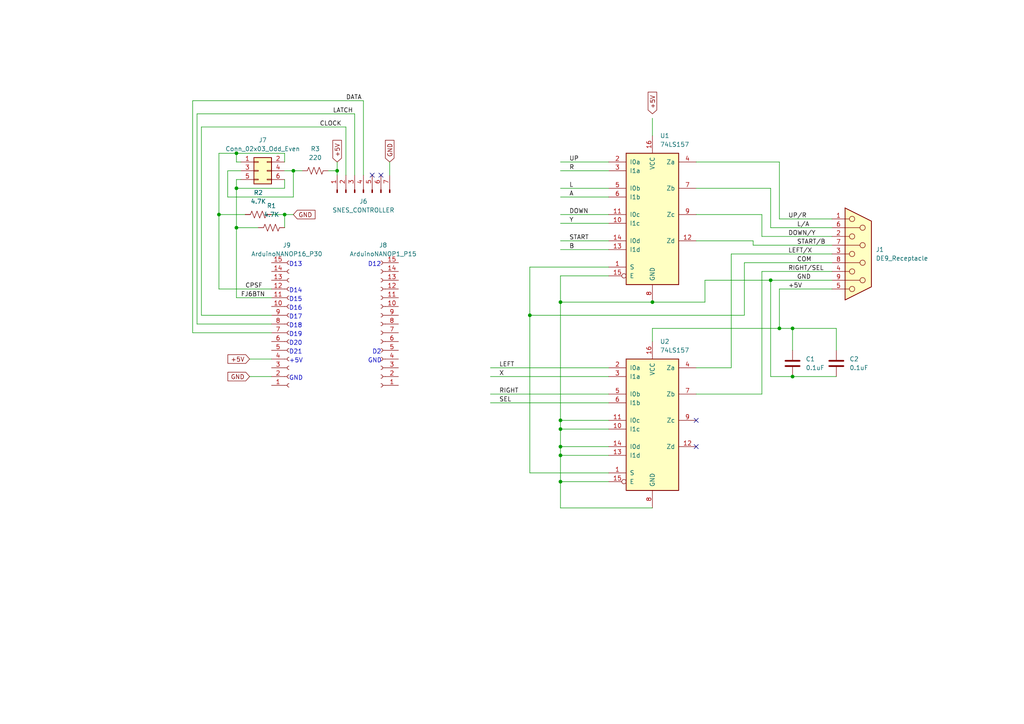
<source format=kicad_sch>
(kicad_sch (version 20230121) (generator eeschema)
  (paper "A4")
  (lib_symbols
    (symbol "74xx:74LS157" (pin_names (offset 1.016))
      (property "Reference" "U" (at -7.62 19.05 0))
      (property "Value" "74LS157" (at -7.62 -21.59 0))
      (symbol "74LS157_1_0"
        (pin input line (at -12.7 -15.24 0) (length 5.08) (name "S") (number "1"))
        (pin input line (at -12.7 -2.54 0) (length 5.08) (name "I1c") (number "10"))
        (pin input line (at -12.7 0 0) (length 5.08) (name "I0c") (number "11"))
        (pin output line (at 12.7 -7.62 180) (length 5.08) (name "Zd") (number "12"))
        (pin input line (at -12.7 -10.16 0) (length 5.08) (name "I1d") (number "13"))
        (pin input line (at -12.7 -7.62 0) (length 5.08) (name "I0d") (number "14"))
        (pin input inverted (at -12.7 -17.78 0) (length 5.08) (name "E") (number "15"))
        (pin power_in line (at 0 22.86 270) (length 5.08) (name "VCC") (number "16"))
        (pin input line (at -12.7 15.24 0) (length 5.08) (name "I0a") (number "2"))
        (pin input line (at -12.7 12.7 0) (length 5.08) (name "I1a") (number "3"))
        (pin output line (at 12.7 15.24 180) (length 5.08) (name "Za") (number "4"))
        (pin input line (at -12.7 7.62 0) (length 5.08) (name "I0b") (number "5"))
        (pin input line (at -12.7 5.08 0) (length 5.08) (name "I1b") (number "6"))
        (pin output line (at 12.7 7.62 180) (length 5.08) (name "Zb") (number "7"))
        (pin power_in line (at 0 -25.4 90) (length 5.08) (name "GND") (number "8"))
        (pin output line (at 12.7 0 180) (length 5.08) (name "Zc") (number "9"))
      )
      (symbol "74LS157_1_1"
        (rectangle (start -7.62 17.78) (end 7.62 -20.32) (stroke (width 0.254)) (fill (type background)))
      )
    )
    (symbol "Connector:Conn_01x07_Pin" (pin_names (offset 1.016) hide)
      (property "Reference" "J" (at 0 10.16 0))
      (property "Value" "Conn_01x07_Pin" (at 0 -10.16 0))
      (symbol "Conn_01x07_Pin_1_1"
        (polyline (pts (xy 1.27 -7.62) (xy 0.8636 -7.62)) (stroke (width 0.1524)))
        (polyline (pts (xy 1.27 -5.08) (xy 0.8636 -5.08)) (stroke (width 0.1524)))
        (polyline (pts (xy 1.27 -2.54) (xy 0.8636 -2.54)) (stroke (width 0.1524)))
        (polyline (pts (xy 1.27 0) (xy 0.8636 0)) (stroke (width 0.1524)))
        (polyline (pts (xy 1.27 2.54) (xy 0.8636 2.54)) (stroke (width 0.1524)))
        (polyline (pts (xy 1.27 5.08) (xy 0.8636 5.08)) (stroke (width 0.1524)))
        (polyline (pts (xy 1.27 7.62) (xy 0.8636 7.62)) (stroke (width 0.1524)))
        (rectangle (start 0.8636 -7.493) (end 0 -7.747) (stroke (width 0.1524)) (fill (type outline)))
        (rectangle (start 0.8636 -4.953) (end 0 -5.207) (stroke (width 0.1524)) (fill (type outline)))
        (rectangle (start 0.8636 -2.413) (end 0 -2.667) (stroke (width 0.1524)) (fill (type outline)))
        (rectangle (start 0.8636 0.127) (end 0 -0.127) (stroke (width 0.1524)) (fill (type outline)))
        (rectangle (start 0.8636 2.667) (end 0 2.413) (stroke (width 0.1524)) (fill (type outline)))
        (rectangle (start 0.8636 5.207) (end 0 4.953) (stroke (width 0.1524)) (fill (type outline)))
        (rectangle (start 0.8636 7.747) (end 0 7.493) (stroke (width 0.1524)) (fill (type outline)))
        (pin passive line (at 5.08 7.62 180) (length 3.81) (name "Pin_1") (number "1"))
        (pin passive line (at 5.08 5.08 180) (length 3.81) (name "Pin_2") (number "2"))
        (pin passive line (at 5.08 2.54 180) (length 3.81) (name "Pin_3") (number "3"))
        (pin passive line (at 5.08 0 180) (length 3.81) (name "Pin_4") (number "4"))
        (pin passive line (at 5.08 -2.54 180) (length 3.81) (name "Pin_5") (number "5"))
        (pin passive line (at 5.08 -5.08 180) (length 3.81) (name "Pin_6") (number "6"))
        (pin passive line (at 5.08 -7.62 180) (length 3.81) (name "Pin_7") (number "7"))
      )
    )
    (symbol "Connector:Conn_01x15_Socket" (pin_names (offset 1.016) hide)
      (property "Reference" "J" (at 0 20.32 0))
      (property "Value" "Conn_01x15_Socket" (at 0 -20.32 0))
      (symbol "Conn_01x15_Socket_1_1"
        (arc (start 0 -17.272) (mid -0.5058 -17.78) (end 0 -18.288) (stroke (width 0.1524)))
        (arc (start 0 -14.732) (mid -0.5058 -15.24) (end 0 -15.748) (stroke (width 0.1524)))
        (arc (start 0 -12.192) (mid -0.5058 -12.7) (end 0 -13.208) (stroke (width 0.1524)))
        (arc (start 0 -9.652) (mid -0.5058 -10.16) (end 0 -10.668) (stroke (width 0.1524)))
        (arc (start 0 -7.112) (mid -0.5058 -7.62) (end 0 -8.128) (stroke (width 0.1524)))
        (arc (start 0 -4.572) (mid -0.5058 -5.08) (end 0 -5.588) (stroke (width 0.1524)))
        (arc (start 0 -2.032) (mid -0.5058 -2.54) (end 0 -3.048) (stroke (width 0.1524)))
        (polyline (pts (xy -1.27 -17.78) (xy -0.508 -17.78)) (stroke (width 0.1524)))
        (polyline (pts (xy -1.27 -15.24) (xy -0.508 -15.24)) (stroke (width 0.1524)))
        (polyline (pts (xy -1.27 -12.7) (xy -0.508 -12.7)) (stroke (width 0.1524)))
        (polyline (pts (xy -1.27 -10.16) (xy -0.508 -10.16)) (stroke (width 0.1524)))
        (polyline (pts (xy -1.27 -7.62) (xy -0.508 -7.62)) (stroke (width 0.1524)))
        (polyline (pts (xy -1.27 -5.08) (xy -0.508 -5.08)) (stroke (width 0.1524)))
        (polyline (pts (xy -1.27 -2.54) (xy -0.508 -2.54)) (stroke (width 0.1524)))
        (polyline (pts (xy -1.27 0) (xy -0.508 0)) (stroke (width 0.1524)))
        (polyline (pts (xy -1.27 2.54) (xy -0.508 2.54)) (stroke (width 0.1524)))
        (polyline (pts (xy -1.27 5.08) (xy -0.508 5.08)) (stroke (width 0.1524)))
        (polyline (pts (xy -1.27 7.62) (xy -0.508 7.62)) (stroke (width 0.1524)))
        (polyline (pts (xy -1.27 10.16) (xy -0.508 10.16)) (stroke (width 0.1524)))
        (polyline (pts (xy -1.27 12.7) (xy -0.508 12.7)) (stroke (width 0.1524)))
        (polyline (pts (xy -1.27 15.24) (xy -0.508 15.24)) (stroke (width 0.1524)))
        (polyline (pts (xy -1.27 17.78) (xy -0.508 17.78)) (stroke (width 0.1524)))
        (arc (start 0 0.508) (mid -0.5058 0) (end 0 -0.508) (stroke (width 0.1524)))
        (arc (start 0 3.048) (mid -0.5058 2.54) (end 0 2.032) (stroke (width 0.1524)))
        (arc (start 0 5.588) (mid -0.5058 5.08) (end 0 4.572) (stroke (width 0.1524)))
        (arc (start 0 8.128) (mid -0.5058 7.62) (end 0 7.112) (stroke (width 0.1524)))
        (arc (start 0 10.668) (mid -0.5058 10.16) (end 0 9.652) (stroke (width 0.1524)))
        (arc (start 0 13.208) (mid -0.5058 12.7) (end 0 12.192) (stroke (width 0.1524)))
        (arc (start 0 15.748) (mid -0.5058 15.24) (end 0 14.732) (stroke (width 0.1524)))
        (arc (start 0 18.288) (mid -0.5058 17.78) (end 0 17.272) (stroke (width 0.1524)))
        (pin passive line (at -5.08 17.78 0) (length 3.81) (name "Pin_1") (number "1"))
        (pin passive line (at -5.08 -5.08 0) (length 3.81) (name "Pin_10") (number "10"))
        (pin passive line (at -5.08 -7.62 0) (length 3.81) (name "Pin_11") (number "11"))
        (pin passive line (at -5.08 -10.16 0) (length 3.81) (name "Pin_12") (number "12"))
        (pin passive line (at -5.08 -12.7 0) (length 3.81) (name "Pin_13") (number "13"))
        (pin passive line (at -5.08 -15.24 0) (length 3.81) (name "Pin_14") (number "14"))
        (pin passive line (at -5.08 -17.78 0) (length 3.81) (name "Pin_15") (number "15"))
        (pin passive line (at -5.08 15.24 0) (length 3.81) (name "Pin_2") (number "2"))
        (pin passive line (at -5.08 12.7 0) (length 3.81) (name "Pin_3") (number "3"))
        (pin passive line (at -5.08 10.16 0) (length 3.81) (name "Pin_4") (number "4"))
        (pin passive line (at -5.08 7.62 0) (length 3.81) (name "Pin_5") (number "5"))
        (pin passive line (at -5.08 5.08 0) (length 3.81) (name "Pin_6") (number "6"))
        (pin passive line (at -5.08 2.54 0) (length 3.81) (name "Pin_7") (number "7"))
        (pin passive line (at -5.08 0 0) (length 3.81) (name "Pin_8") (number "8"))
        (pin passive line (at -5.08 -2.54 0) (length 3.81) (name "Pin_9") (number "9"))
      )
    )
    (symbol "Connector:DE9_Receptacle" (pin_names (offset 1.016) hide)
      (property "Reference" "J" (at 0 13.97 0))
      (property "Value" "DE9_Receptacle" (at 0 -14.605 0))
      (symbol "DE9_Receptacle_0_1"
        (circle (center -1.778 -10.16) (radius 0.762))
        (circle (center -1.778 -5.08) (radius 0.762))
        (circle (center -1.778 0) (radius 0.762))
        (circle (center -1.778 5.08) (radius 0.762))
        (circle (center -1.778 10.16) (radius 0.762))
        (polyline (pts (xy -3.81 -10.16) (xy -2.54 -10.16)))
        (polyline (pts (xy -3.81 -7.62) (xy 0.508 -7.62)))
        (polyline (pts (xy -3.81 -5.08) (xy -2.54 -5.08)))
        (polyline (pts (xy -3.81 -2.54) (xy 0.508 -2.54)))
        (polyline (pts (xy -3.81 0) (xy -2.54 0)))
        (polyline (pts (xy -3.81 2.54) (xy 0.508 2.54)))
        (polyline (pts (xy -3.81 5.08) (xy -2.54 5.08)))
        (polyline (pts (xy -3.81 7.62) (xy 0.508 7.62)))
        (polyline (pts (xy -3.81 10.16) (xy -2.54 10.16)))
        (polyline (pts (xy -3.81 13.335) (xy -3.81 -13.335) (xy 3.81 -9.525) (xy 3.81 9.525) (xy -3.81 13.335)) (stroke (width 0.254)) (fill (type background)))
        (circle (center 1.27 -7.62) (radius 0.762))
        (circle (center 1.27 -2.54) (radius 0.762))
        (circle (center 1.27 2.54) (radius 0.762))
        (circle (center 1.27 7.62) (radius 0.762))
      )
      (symbol "DE9_Receptacle_1_1"
        (pin passive line (at -7.62 10.16 0) (length 3.81) (name "1") (number "1"))
        (pin passive line (at -7.62 5.08 0) (length 3.81) (name "2") (number "2"))
        (pin passive line (at -7.62 0 0) (length 3.81) (name "3") (number "3"))
        (pin passive line (at -7.62 -5.08 0) (length 3.81) (name "4") (number "4"))
        (pin passive line (at -7.62 -10.16 0) (length 3.81) (name "5") (number "5"))
        (pin passive line (at -7.62 7.62 0) (length 3.81) (name "6") (number "6"))
        (pin passive line (at -7.62 2.54 0) (length 3.81) (name "7") (number "7"))
        (pin passive line (at -7.62 -2.54 0) (length 3.81) (name "8") (number "8"))
        (pin passive line (at -7.62 -7.62 0) (length 3.81) (name "9") (number "9"))
      )
    )
    (symbol "Connector_Generic:Conn_02x03_Odd_Even" (pin_names (offset 1.016) hide)
      (property "Reference" "J" (at 1.27 5.08 0))
      (property "Value" "Conn_02x03_Odd_Even" (at 1.27 -5.08 0))
      (symbol "Conn_02x03_Odd_Even_1_1"
        (rectangle (start -1.27 -2.413) (end 0 -2.667) (stroke (width 0.1524)))
        (rectangle (start -1.27 0.127) (end 0 -0.127) (stroke (width 0.1524)))
        (rectangle (start -1.27 2.667) (end 0 2.413) (stroke (width 0.1524)))
        (rectangle (start -1.27 3.81) (end 3.81 -3.81) (stroke (width 0.254)) (fill (type background)))
        (rectangle (start 3.81 -2.413) (end 2.54 -2.667) (stroke (width 0.1524)))
        (rectangle (start 3.81 0.127) (end 2.54 -0.127) (stroke (width 0.1524)))
        (rectangle (start 3.81 2.667) (end 2.54 2.413) (stroke (width 0.1524)))
        (pin passive line (at -5.08 2.54 0) (length 3.81) (name "Pin_1") (number "1"))
        (pin passive line (at 7.62 2.54 180) (length 3.81) (name "Pin_2") (number "2"))
        (pin passive line (at -5.08 0 0) (length 3.81) (name "Pin_3") (number "3"))
        (pin passive line (at 7.62 0 180) (length 3.81) (name "Pin_4") (number "4"))
        (pin passive line (at -5.08 -2.54 0) (length 3.81) (name "Pin_5") (number "5"))
        (pin passive line (at 7.62 -2.54 180) (length 3.81) (name "Pin_6") (number "6"))
      )
    )
    (symbol "Device:C" (pin_numbers hide) (pin_names (offset 0.254))
      (property "Reference" "C" (at 0.635 2.54 0))
      (property "Value" "C" (at 0.635 -2.54 0))
      (symbol "C_0_1"
        (polyline (pts (xy -2.032 -0.762) (xy 2.032 -0.762)) (stroke (width 0.508)))
        (polyline (pts (xy -2.032 0.762) (xy 2.032 0.762)) (stroke (width 0.508)))
      )
      (symbol "C_1_1"
        (pin passive line (at 0 3.81 270) (length 2.794) (name "~") (number "1"))
        (pin passive line (at 0 -3.81 90) (length 2.794) (name "~") (number "2"))
      )
    )
    (symbol "Device:R_US" (pin_numbers hide) (pin_names (offset 0))
      (property "Reference" "R" (at 2.54 0 90))
      (property "Value" "R_US" (at -2.54 0 90))
      (symbol "R_US_0_1"
        (polyline (pts (xy 0 -2.286) (xy 0 -2.54)))
        (polyline (pts (xy 0 2.286) (xy 0 2.54)))
        (polyline (pts (xy 0 -0.762) (xy 1.016 -1.143) (xy 0 -1.524) (xy -1.016 -1.905) (xy 0 -2.286)))
        (polyline (pts (xy 0 0.762) (xy 1.016 0.381) (xy 0 0) (xy -1.016 -0.381) (xy 0 -0.762)))
        (polyline (pts (xy 0 2.286) (xy 1.016 1.905) (xy 0 1.524) (xy -1.016 1.143) (xy 0 0.762)))
      )
      (symbol "R_US_1_1"
        (pin passive line (at 0 3.81 270) (length 1.27) (name "~") (number "1"))
        (pin passive line (at 0 -3.81 90) (length 1.27) (name "~") (number "2"))
      )
    )
  )
  (junction (at 162.56 121.92))
  (junction (at 162.56 132.08))
  (junction (at 68.58 66.04))
  (junction (at 68.58 54.61))
  (junction (at 153.67 91.44))
  (junction (at 68.58 44.45))
  (junction (at 82.55 62.23))
  (junction (at 226.06 95.25))
  (junction (at 162.56 129.54))
  (junction (at 162.56 124.46))
  (junction (at 223.52 81.28))
  (junction (at 85.09 49.53))
  (junction (at 97.79 49.53))
  (junction (at 229.87 95.25))
  (junction (at 229.87 109.22))
  (junction (at 162.56 87.63))
  (junction (at 63.5 62.23))
  (junction (at 189.23 87.63))
  (junction (at 162.56 139.7))
  (no_connect (at 201.93 121.92))
  (no_connect (at 201.93 129.54))
  (no_connect (at 110.49 50.8))
  (no_connect (at 107.95 50.8))
  (wire (pts (xy 69.85 49.53) (xy 66.04 49.53)))
  (wire (pts (xy 162.56 64.77) (xy 176.53 64.77)))
  (wire (pts (xy 58.42 36.83) (xy 58.42 91.44)))
  (wire (pts (xy 229.87 95.25) (xy 242.57 95.25)))
  (wire (pts (xy 95.25 49.53) (xy 97.79 49.53)))
  (wire (pts (xy 201.93 69.85) (xy 218.44 69.85)))
  (wire (pts (xy 201.93 54.61) (xy 223.52 54.61)))
  (wire (pts (xy 162.56 46.99) (xy 176.53 46.99)))
  (wire (pts (xy 153.67 77.47) (xy 153.67 91.44)))
  (wire (pts (xy 68.58 66.04) (xy 74.93 66.04)))
  (wire (pts (xy 218.44 69.85) (xy 218.44 71.12)))
  (wire (pts (xy 215.9 76.2) (xy 241.3 76.2)))
  (wire (pts (xy 162.56 132.08) (xy 176.53 132.08)))
  (wire (pts (xy 226.06 63.5) (xy 241.3 63.5)))
  (wire (pts (xy 97.79 46.99) (xy 97.79 49.53)))
  (wire (pts (xy 58.42 91.44) (xy 78.74 91.44)))
  (wire (pts (xy 66.04 57.15) (xy 85.09 57.15)))
  (wire (pts (xy 57.15 33.02) (xy 57.15 93.98)))
  (wire (pts (xy 68.58 44.45) (xy 82.55 44.45)))
  (wire (pts (xy 162.56 54.61) (xy 176.53 54.61)))
  (wire (pts (xy 105.41 29.21) (xy 105.41 50.8)))
  (wire (pts (xy 162.56 69.85) (xy 176.53 69.85)))
  (wire (pts (xy 162.56 129.54) (xy 162.56 132.08)))
  (wire (pts (xy 204.47 87.63) (xy 189.23 87.63)))
  (wire (pts (xy 242.57 95.25) (xy 242.57 101.6)))
  (wire (pts (xy 85.09 49.53) (xy 87.63 49.53)))
  (wire (pts (xy 162.56 87.63) (xy 162.56 121.92)))
  (wire (pts (xy 226.06 83.82) (xy 226.06 95.25)))
  (wire (pts (xy 63.5 83.82) (xy 78.74 83.82)))
  (wire (pts (xy 162.56 57.15) (xy 176.53 57.15)))
  (wire (pts (xy 85.09 57.15) (xy 85.09 49.53)))
  (wire (pts (xy 100.33 36.83) (xy 100.33 50.8)))
  (wire (pts (xy 223.52 109.22) (xy 229.87 109.22)))
  (wire (pts (xy 142.24 109.22) (xy 176.53 109.22)))
  (wire (pts (xy 153.67 137.16) (xy 153.67 91.44)))
  (wire (pts (xy 57.15 33.02) (xy 102.87 33.02)))
  (wire (pts (xy 153.67 137.16) (xy 176.53 137.16)))
  (wire (pts (xy 69.85 46.99) (xy 68.58 46.99)))
  (wire (pts (xy 58.42 36.83) (xy 100.33 36.83)))
  (wire (pts (xy 220.98 114.3) (xy 220.98 78.74)))
  (wire (pts (xy 97.79 49.53) (xy 97.79 50.8)))
  (wire (pts (xy 162.56 121.92) (xy 176.53 121.92)))
  (wire (pts (xy 78.74 109.22) (xy 72.39 109.22)))
  (wire (pts (xy 142.24 116.84) (xy 176.53 116.84)))
  (wire (pts (xy 226.06 83.82) (xy 241.3 83.82)))
  (wire (pts (xy 162.56 49.53) (xy 176.53 49.53)))
  (wire (pts (xy 63.5 62.23) (xy 71.12 62.23)))
  (wire (pts (xy 68.58 44.45) (xy 63.5 44.45)))
  (wire (pts (xy 162.56 139.7) (xy 176.53 139.7)))
  (wire (pts (xy 226.06 46.99) (xy 226.06 63.5)))
  (wire (pts (xy 72.39 104.14) (xy 78.74 104.14)))
  (wire (pts (xy 162.56 80.01) (xy 162.56 87.63)))
  (wire (pts (xy 220.98 78.74) (xy 241.3 78.74)))
  (wire (pts (xy 162.56 129.54) (xy 176.53 129.54)))
  (wire (pts (xy 82.55 49.53) (xy 85.09 49.53)))
  (wire (pts (xy 162.56 121.92) (xy 162.56 124.46)))
  (wire (pts (xy 68.58 66.04) (xy 68.58 86.36)))
  (wire (pts (xy 55.88 29.21) (xy 105.41 29.21)))
  (wire (pts (xy 55.88 96.52) (xy 78.74 96.52)))
  (wire (pts (xy 189.23 34.29) (xy 189.23 39.37)))
  (wire (pts (xy 82.55 54.61) (xy 82.55 52.07)))
  (wire (pts (xy 223.52 54.61) (xy 223.52 66.04)))
  (wire (pts (xy 162.56 147.32) (xy 189.23 147.32)))
  (wire (pts (xy 68.58 86.36) (xy 78.74 86.36)))
  (wire (pts (xy 162.56 72.39) (xy 176.53 72.39)))
  (wire (pts (xy 113.03 46.99) (xy 113.03 50.8)))
  (wire (pts (xy 68.58 54.61) (xy 68.58 66.04)))
  (wire (pts (xy 82.55 62.23) (xy 85.09 62.23)))
  (wire (pts (xy 57.15 93.98) (xy 78.74 93.98)))
  (wire (pts (xy 82.55 44.45) (xy 82.55 46.99)))
  (wire (pts (xy 226.06 95.25) (xy 229.87 95.25)))
  (wire (pts (xy 55.88 29.21) (xy 55.88 96.52)))
  (wire (pts (xy 142.24 106.68) (xy 176.53 106.68)))
  (wire (pts (xy 153.67 91.44) (xy 215.9 91.44)))
  (wire (pts (xy 162.56 62.23) (xy 176.53 62.23)))
  (wire (pts (xy 212.09 73.66) (xy 241.3 73.66)))
  (wire (pts (xy 189.23 95.25) (xy 189.23 99.06)))
  (wire (pts (xy 229.87 109.22) (xy 242.57 109.22)))
  (wire (pts (xy 201.93 62.23) (xy 220.98 62.23)))
  (wire (pts (xy 220.98 68.58) (xy 241.3 68.58)))
  (wire (pts (xy 226.06 95.25) (xy 189.23 95.25)))
  (wire (pts (xy 68.58 52.07) (xy 68.58 54.61)))
  (wire (pts (xy 162.56 139.7) (xy 162.56 147.32)))
  (wire (pts (xy 215.9 91.44) (xy 215.9 76.2)))
  (wire (pts (xy 69.85 52.07) (xy 68.58 52.07)))
  (wire (pts (xy 102.87 33.02) (xy 102.87 50.8)))
  (wire (pts (xy 223.52 81.28) (xy 241.3 81.28)))
  (wire (pts (xy 212.09 106.68) (xy 212.09 73.66)))
  (wire (pts (xy 82.55 62.23) (xy 82.55 66.04)))
  (wire (pts (xy 204.47 81.28) (xy 223.52 81.28)))
  (wire (pts (xy 162.56 132.08) (xy 162.56 139.7)))
  (wire (pts (xy 162.56 124.46) (xy 162.56 129.54)))
  (wire (pts (xy 162.56 80.01) (xy 176.53 80.01)))
  (wire (pts (xy 218.44 71.12) (xy 241.3 71.12)))
  (wire (pts (xy 66.04 49.53) (xy 66.04 57.15)))
  (wire (pts (xy 78.74 62.23) (xy 82.55 62.23)))
  (wire (pts (xy 201.93 46.99) (xy 226.06 46.99)))
  (wire (pts (xy 68.58 46.99) (xy 68.58 44.45)))
  (wire (pts (xy 142.24 114.3) (xy 176.53 114.3)))
  (wire (pts (xy 201.93 106.68) (xy 212.09 106.68)))
  (wire (pts (xy 153.67 77.47) (xy 176.53 77.47)))
  (wire (pts (xy 204.47 81.28) (xy 204.47 87.63)))
  (wire (pts (xy 229.87 95.25) (xy 229.87 101.6)))
  (wire (pts (xy 223.52 81.28) (xy 223.52 109.22)))
  (wire (pts (xy 223.52 66.04) (xy 241.3 66.04)))
  (wire (pts (xy 68.58 54.61) (xy 82.55 54.61)))
  (wire (pts (xy 162.56 124.46) (xy 176.53 124.46)))
  (wire (pts (xy 220.98 62.23) (xy 220.98 68.58)))
  (wire (pts (xy 63.5 62.23) (xy 63.5 83.82)))
  (wire (pts (xy 201.93 114.3) (xy 220.98 114.3)))
  (wire (pts (xy 162.56 87.63) (xy 189.23 87.63)))
  (wire (pts (xy 63.5 44.45) (xy 63.5 62.23)))
  (text "D2" (at 107.95 102.87 0) (effects (font (size 1.27 1.27)) (justify left bottom)))
  (text "GND" (at 83.82 110.49 0) (effects (font (size 1.27 1.27)) (justify left bottom)))
  (text "D20" (at 83.82 100.33 0) (effects (font (size 1.27 1.27)) (justify left bottom)))
  (text "D12" (at 106.68 77.47 0) (effects (font (size 1.27 1.27)) (justify left bottom)))
  (text "D19" (at 83.82 97.79 0) (effects (font (size 1.27 1.27)) (justify left bottom)))
  (text "D14" (at 83.82 85.09 0) (effects (font (size 1.27 1.27)) (justify left bottom)))
  (text "D16" (at 83.82 90.17 0) (effects (font (size 1.27 1.27)) (justify left bottom)))
  (text "D18" (at 83.82 95.25 0) (effects (font (size 1.27 1.27)) (justify left bottom)))
  (text "D13" (at 83.82 77.47 0) (effects (font (size 1.27 1.27)) (justify left bottom)))
  (text "D21" (at 83.82 102.87 0) (effects (font (size 1.27 1.27)) (justify left bottom)))
  (text "GND" (at 106.68 105.41 0) (effects (font (size 1.27 1.27)) (justify left bottom)))
  (text "D17" (at 83.82 92.71 0) (effects (font (size 1.27 1.27)) (justify left bottom)))
  (text "+5V" (at 83.82 105.41 0) (effects (font (size 1.27 1.27)) (justify left bottom)))
  (text "D15" (at 83.82 87.63 0) (effects (font (size 1.27 1.27)) (justify left bottom)))
  (label "UP{slash}R" (at 228.6 63.5 0))
  (label "CPSF" (at 71.12 83.82 0))
  (label "RIGHT" (at 144.78 114.3 0))
  (label "LEFT{slash}X" (at 228.6 73.66 0))
  (label "B" (at 165.1 72.39 0))
  (label "CLOCK" (at 92.71 36.83 0))
  (label "Y" (at 165.1 64.77 0))
  (label "GND" (at 231.14 81.28 0))
  (label "RIGHT{slash}SEL" (at 228.6 78.74 0))
  (label "UP" (at 165.1 46.99 0))
  (label "FJ6BTN" (at 69.85 86.36 0))
  (label "A" (at 165.1 57.15 0))
  (label "L" (at 165.1 54.61 0))
  (label "LATCH" (at 96.52 33.02 0))
  (label "START{slash}B" (at 231.14 71.12 0))
  (label "LEFT" (at 144.78 106.68 0))
  (label "DATA" (at 100.33 29.21 0))
  (label "DOWN" (at 165.1 62.23 0))
  (label "DOWN{slash}Y" (at 228.6 68.58 0))
  (label "L{slash}A" (at 231.14 66.04 0))
  (label "START" (at 165.1 69.85 0))
  (label "R" (at 165.1 49.53 0))
  (label "COM" (at 231.14 76.2 0))
  (label "+5V" (at 228.6 83.82 0))
  (label "SEL" (at 144.78 116.84 0))
  (label "X" (at 144.78 109.22 0))
  (global_label "+5V" (shape input) (at 189.23 33.02 90) (property "Intersheetrefs" "${INTERSHEET_REFS}" (effects hide)))
  (global_label "GND" (shape input) (at 113.03 46.99 90) (property "Intersheetrefs" "${INTERSHEET_REFS}" (effects hide)))
  (global_label "GND" (shape input) (at 72.39 109.22 180) (property "Intersheetrefs" "${INTERSHEET_REFS}" (effects hide)))
  (global_label "+5V" (shape input) (at 72.39 104.14 180) (property "Intersheetrefs" "${INTERSHEET_REFS}" (effects hide)))
  (global_label "+5V" (shape input) (at 97.79 46.99 90) (property "Intersheetrefs" "${INTERSHEET_REFS}" (effects hide)))
  (global_label "GND" (shape input) (at 85.09 62.23 0) (property "Intersheetrefs" "${INTERSHEET_REFS}" (effects hide)))
  (symbol (lib_id "Connector:Conn_01x07_Pin") (at 105.41 55.88 90) (unit 1)
    (property "Reference" "J6" (at 105.41 58.42 90))
    (property "Value" "SNES_CONTROLLER" (at 105.41 60.96 90))
    (property "Footprint" "Connector_PinHeader_2.54mm:PinHeader_1x07_P2.54mm_Vertical" (effects hide))
  )
  (symbol (lib_id "74xx:74LS157") (at 189.23 121.92 0) (unit 1)
    (property "Reference" "U2" (at 191.4241 99.06 0) (effects (justify left)))
    (property "Value" "74LS157" (at 191.4241 101.6 0) (effects (justify left)))
    (property "Footprint" "Package_DIP:DIP-16_W7.62mm_Socket" (effects hide))
    (property "Datasheet" "http://www.ti.com/lit/gpn/sn74LS157" (effects hide))
  )
  (symbol (lib_id "Connector:Conn_01x15_Socket") (at 83.82 93.98 0) (mirror x) (unit 1)
    (property "Reference" "J9" (at 83.185 71.12 0))
    (property "Value" "ArduinoNANOP16_P30" (at 83.185 73.66 0))
    (property "Footprint" "Connector_PinSocket_2.54mm:PinSocket_1x15_P2.54mm_Vertical" (effects hide))
  )
  (symbol (lib_id "Device:R_US") (at 74.93 62.23 90) (unit 1)
    (property "Reference" "R2" (at 74.93 55.88 90))
    (property "Value" "4.7K" (at 74.93 58.42 90))
    (property "Footprint" "Resistor_THT:R_Axial_DIN0207_L6.3mm_D2.5mm_P10.16mm_Horizontal" (effects hide))
  )
  (symbol (lib_id "Connector:Conn_01x15_Socket") (at 110.49 93.98 180) (unit 1)
    (property "Reference" "J8" (at 111.125 71.12 0))
    (property "Value" "ArduinoNANOP1_P15" (at 111.125 73.66 0))
    (property "Footprint" "Connector_PinSocket_2.54mm:PinSocket_1x15_P2.54mm_Vertical" (effects hide))
  )
  (symbol (lib_id "Device:R_US") (at 78.74 66.04 90) (unit 1)
    (property "Reference" "R1" (at 78.74 59.69 90))
    (property "Value" "4.7K" (at 78.74 62.23 90))
    (property "Footprint" "Resistor_THT:R_Axial_DIN0207_L6.3mm_D2.5mm_P10.16mm_Horizontal" (effects hide))
  )
  (symbol (lib_id "Connector_Generic:Conn_02x03_Odd_Even") (at 74.93 49.53 0) (unit 1)
    (property "Reference" "J7" (at 76.2 40.64 0))
    (property "Value" "Conn_02x03_Odd_Even" (at 76.2 43.18 0))
    (property "Footprint" "Connector_PinHeader_2.54mm:PinHeader_2x03_P2.54mm_Vertical" (effects hide))
  )
  (symbol (lib_id "Device:C") (at 229.87 105.41 0) (unit 1)
    (property "Reference" "C1" (at 233.68 104.14 0) (effects (justify left)))
    (property "Value" "0.1uF" (at 233.68 106.68 0) (effects (justify left)))
    (property "Footprint" "Capacitor_THT:C_Disc_D5.0mm_W2.5mm_P5.00mm" (effects hide))
  )
  (symbol (lib_id "Connector:DE9_Receptacle") (at 248.92 73.66 0) (unit 1)
    (property "Reference" "J1" (at 254 72.39 0) (effects (justify left)))
    (property "Value" "DE9_Receptacle" (at 254 74.93 0) (effects (justify left)))
    (property "Footprint" "Connector_Dsub:DSUB-9_Female_Vertical_P2.77x2.84mm" (effects hide))
    (property "Datasheet" " ~" (effects hide))
  )
  (symbol (lib_id "Device:C") (at 242.57 105.41 0) (unit 1)
    (property "Reference" "C2" (at 246.38 104.14 0) (effects (justify left)))
    (property "Value" "0.1uF" (at 246.38 106.68 0) (effects (justify left)))
    (property "Footprint" "Capacitor_THT:C_Disc_D5.0mm_W2.5mm_P5.00mm" (effects hide))
  )
  (symbol (lib_id "74xx:74LS157") (at 189.23 62.23 0) (unit 1)
    (property "Reference" "U1" (at 191.4241 39.37 0) (effects (justify left)))
    (property "Value" "74LS157" (at 191.4241 41.91 0) (effects (justify left)))
    (property "Footprint" "Package_DIP:DIP-16_W7.62mm_Socket" (effects hide))
    (property "Datasheet" "http://www.ti.com/lit/gpn/sn74LS157" (effects hide))
  )
  (symbol (lib_id "Device:R_US") (at 91.44 49.53 90) (unit 1)
    (property "Reference" "R3" (at 91.44 43.18 90))
    (property "Value" "220" (at 91.44 45.72 90))
    (property "Footprint" "Resistor_THT:R_Axial_DIN0207_L6.3mm_D2.5mm_P10.16mm_Horizontal" (effects hide))
  )
)
</source>
